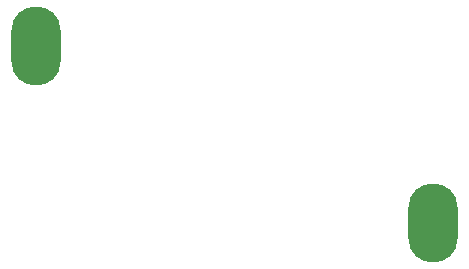
<source format=gtl>
G04 #@! TF.GenerationSoftware,KiCad,Pcbnew,7.0.7-7.0.7~ubuntu22.04.1*
G04 #@! TF.CreationDate,2023-10-15T17:29:54+01:00*
G04 #@! TF.ProjectId,USB_distri,5553425f-6469-4737-9472-692e6b696361,rev?*
G04 #@! TF.SameCoordinates,Original*
G04 #@! TF.FileFunction,Copper,L1,Top*
G04 #@! TF.FilePolarity,Positive*
%FSLAX46Y46*%
G04 Gerber Fmt 4.6, Leading zero omitted, Abs format (unit mm)*
G04 Created by KiCad (PCBNEW 7.0.7-7.0.7~ubuntu22.04.1) date 2023-10-15 17:29:54*
%MOMM*%
%LPD*%
G01*
G04 APERTURE LIST*
G04 #@! TA.AperFunction,ComponentPad*
%ADD10O,4.200000X6.700000*%
G04 #@! TD*
G04 APERTURE END LIST*
D10*
X162800000Y-121900000D03*
X129150000Y-106900000D03*
M02*

</source>
